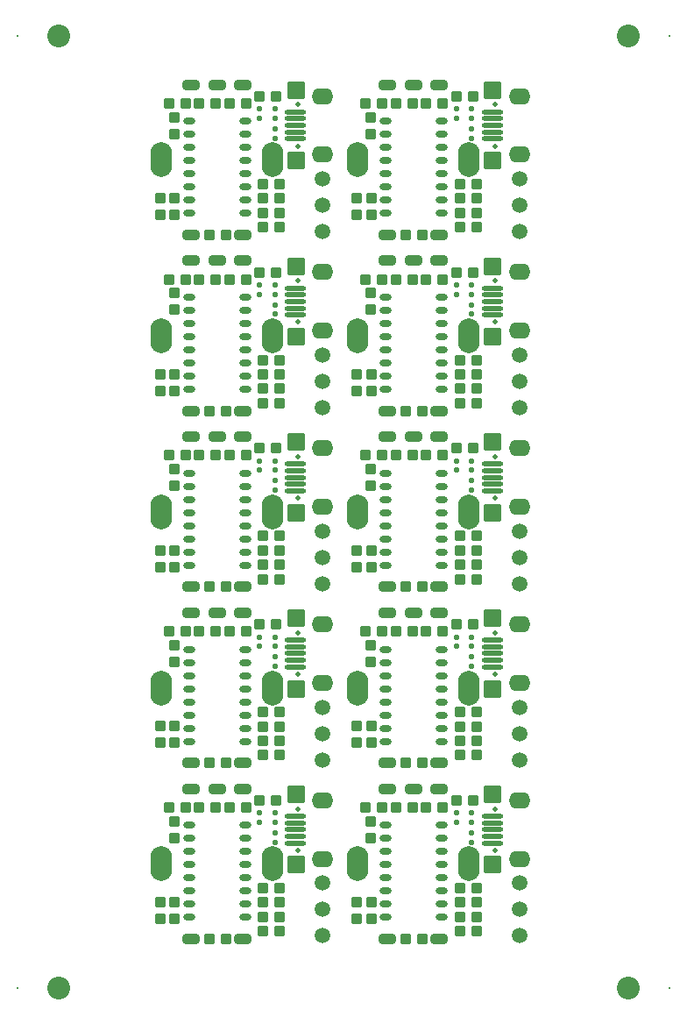
<source format=gbr>
%TF.GenerationSoftware,Altium Limited,Altium Designer,20.1.8 (145)*%
G04 Layer_Color=16711833*
%FSLAX45Y45*%
%MOMM*%
%TF.SameCoordinates,0E9F4796-1360-41E2-86C3-8BEED11D2ECA*%
%TF.FilePolarity,Negative*%
%TF.FileFunction,Soldermask,Bot*%
%TF.Part,CustomerPanel*%
G01*
G75*
%TA.AperFunction,SMDPad,CuDef*%
%ADD33C,2.20320*%
G04:AMPARAMS|DCode=34|XSize=1.7mm|YSize=1.7mm|CornerRadius=0.058mm|HoleSize=0mm|Usage=FLASHONLY|Rotation=270.000|XOffset=0mm|YOffset=0mm|HoleType=Round|Shape=RoundedRectangle|*
%AMROUNDEDRECTD34*
21,1,1.70000,1.58400,0,0,270.0*
21,1,1.58400,1.70000,0,0,270.0*
1,1,0.11600,-0.79200,-0.79200*
1,1,0.11600,-0.79200,0.79200*
1,1,0.11600,0.79200,0.79200*
1,1,0.11600,0.79200,-0.79200*
%
%ADD34ROUNDEDRECTD34*%
%TA.AperFunction,ConnectorPad*%
G04:AMPARAMS|DCode=35|XSize=0.45mm|YSize=2.1mm|CornerRadius=0.225mm|HoleSize=0mm|Usage=FLASHONLY|Rotation=270.000|XOffset=0mm|YOffset=0mm|HoleType=Round|Shape=RoundedRectangle|*
%AMROUNDEDRECTD35*
21,1,0.45000,1.65000,0,0,270.0*
21,1,0.00000,2.10000,0,0,270.0*
1,1,0.45000,-0.82500,0.00000*
1,1,0.45000,-0.82500,0.00000*
1,1,0.45000,0.82500,0.00000*
1,1,0.45000,0.82500,0.00000*
%
%ADD35ROUNDEDRECTD35*%
%TA.AperFunction,SMDPad,CuDef*%
G04:AMPARAMS|DCode=36|XSize=1mm|YSize=1mm|CornerRadius=0.095mm|HoleSize=0mm|Usage=FLASHONLY|Rotation=180.000|XOffset=0mm|YOffset=0mm|HoleType=Round|Shape=RoundedRectangle|*
%AMROUNDEDRECTD36*
21,1,1.00000,0.81000,0,0,180.0*
21,1,0.81000,1.00000,0,0,180.0*
1,1,0.19000,-0.40500,0.40500*
1,1,0.19000,0.40500,0.40500*
1,1,0.19000,0.40500,-0.40500*
1,1,0.19000,-0.40500,-0.40500*
%
%ADD36ROUNDEDRECTD36*%
%ADD37O,1.15000X0.70000*%
G04:AMPARAMS|DCode=38|XSize=0.5mm|YSize=0.5mm|CornerRadius=0.052mm|HoleSize=0mm|Usage=FLASHONLY|Rotation=270.000|XOffset=0mm|YOffset=0mm|HoleType=Round|Shape=RoundedRectangle|*
%AMROUNDEDRECTD38*
21,1,0.50000,0.39600,0,0,270.0*
21,1,0.39600,0.50000,0,0,270.0*
1,1,0.10400,-0.19800,-0.19800*
1,1,0.10400,-0.19800,0.19800*
1,1,0.10400,0.19800,0.19800*
1,1,0.10400,0.19800,-0.19800*
%
%ADD38ROUNDEDRECTD38*%
G04:AMPARAMS|DCode=39|XSize=1mm|YSize=1mm|CornerRadius=0.0545mm|HoleSize=0mm|Usage=FLASHONLY|Rotation=0.000|XOffset=0mm|YOffset=0mm|HoleType=Round|Shape=RoundedRectangle|*
%AMROUNDEDRECTD39*
21,1,1.00000,0.89100,0,0,0.0*
21,1,0.89100,1.00000,0,0,0.0*
1,1,0.10900,0.44550,-0.44550*
1,1,0.10900,-0.44550,-0.44550*
1,1,0.10900,-0.44550,0.44550*
1,1,0.10900,0.44550,0.44550*
%
%ADD39ROUNDEDRECTD39*%
G04:AMPARAMS|DCode=40|XSize=1mm|YSize=1mm|CornerRadius=0.0545mm|HoleSize=0mm|Usage=FLASHONLY|Rotation=90.000|XOffset=0mm|YOffset=0mm|HoleType=Round|Shape=RoundedRectangle|*
%AMROUNDEDRECTD40*
21,1,1.00000,0.89100,0,0,90.0*
21,1,0.89100,1.00000,0,0,90.0*
1,1,0.10900,0.44550,0.44550*
1,1,0.10900,0.44550,-0.44550*
1,1,0.10900,-0.44550,-0.44550*
1,1,0.10900,-0.44550,0.44550*
%
%ADD40ROUNDEDRECTD40*%
%TA.AperFunction,WasherPad*%
%ADD41C,0.20320*%
%TA.AperFunction,ComponentPad*%
G04:AMPARAMS|DCode=42|XSize=2.1mm|YSize=3.35mm|CornerRadius=1.05mm|HoleSize=0mm|Usage=FLASHONLY|Rotation=180.000|XOffset=0mm|YOffset=0mm|HoleType=Round|Shape=RoundedRectangle|*
%AMROUNDEDRECTD42*
21,1,2.10000,1.25000,0,0,180.0*
21,1,0.00000,3.35000,0,0,180.0*
1,1,2.10000,0.00000,0.62500*
1,1,2.10000,0.00000,0.62500*
1,1,2.10000,0.00000,-0.62500*
1,1,2.10000,0.00000,-0.62500*
%
%ADD42ROUNDEDRECTD42*%
%ADD43O,2.10000X3.35000*%
%ADD44O,1.80000X1.10000*%
%ADD45O,2.10000X1.60000*%
%ADD46C,0.50000*%
G04:AMPARAMS|DCode=47|XSize=1.5mm|YSize=1.5mm|CornerRadius=0.75mm|HoleSize=0mm|Usage=FLASHONLY|Rotation=270.000|XOffset=0mm|YOffset=0mm|HoleType=Round|Shape=RoundedRectangle|*
%AMROUNDEDRECTD47*
21,1,1.50000,0.00000,0,0,270.0*
21,1,0.00000,1.50000,0,0,270.0*
1,1,1.50000,0.00000,0.00000*
1,1,1.50000,0.00000,0.00000*
1,1,1.50000,0.00000,0.00000*
1,1,1.50000,0.00000,0.00000*
%
%ADD47ROUNDEDRECTD47*%
D33*
X6200000Y9500000D02*
D03*
X700000D02*
D03*
X6200000Y300000D02*
D03*
X700000D02*
D03*
D34*
X2993800Y1492000D02*
D03*
Y2172000D02*
D03*
X4893800Y1492000D02*
D03*
Y2172000D02*
D03*
X2993800Y3192000D02*
D03*
Y3872000D02*
D03*
X4893800Y3192000D02*
D03*
Y3872000D02*
D03*
X2993800Y4892000D02*
D03*
Y5572000D02*
D03*
X4893800Y4892000D02*
D03*
Y5572000D02*
D03*
X2993800Y6592000D02*
D03*
Y7272000D02*
D03*
X4893800Y6592000D02*
D03*
Y7272000D02*
D03*
X2993800Y8292000D02*
D03*
Y8972000D02*
D03*
X4893800Y8292000D02*
D03*
Y8972000D02*
D03*
D35*
X2986300Y1832000D02*
D03*
Y1702000D02*
D03*
Y1767000D02*
D03*
Y1962000D02*
D03*
Y1897000D02*
D03*
X4886300Y1832000D02*
D03*
Y1702000D02*
D03*
Y1767000D02*
D03*
Y1962000D02*
D03*
Y1897000D02*
D03*
X2986300Y3532000D02*
D03*
Y3402000D02*
D03*
Y3467000D02*
D03*
Y3662000D02*
D03*
Y3597000D02*
D03*
X4886300Y3532000D02*
D03*
Y3402000D02*
D03*
Y3467000D02*
D03*
Y3662000D02*
D03*
Y3597000D02*
D03*
X2986300Y5232000D02*
D03*
Y5102000D02*
D03*
Y5167000D02*
D03*
Y5362000D02*
D03*
Y5297000D02*
D03*
X4886300Y5232000D02*
D03*
Y5102000D02*
D03*
Y5167000D02*
D03*
Y5362000D02*
D03*
Y5297000D02*
D03*
X2986300Y6932000D02*
D03*
Y6802000D02*
D03*
Y6867000D02*
D03*
Y7062000D02*
D03*
Y6997000D02*
D03*
X4886300Y6932000D02*
D03*
Y6802000D02*
D03*
Y6867000D02*
D03*
Y7062000D02*
D03*
Y6997000D02*
D03*
X2986300Y8632000D02*
D03*
Y8502000D02*
D03*
Y8567000D02*
D03*
Y8762000D02*
D03*
Y8697000D02*
D03*
X4886300Y8632000D02*
D03*
Y8502000D02*
D03*
Y8567000D02*
D03*
Y8762000D02*
D03*
Y8697000D02*
D03*
D36*
X2801140Y2112860D02*
D03*
X2641140D02*
D03*
X4701140D02*
D03*
X4541140D02*
D03*
X2801140Y3812860D02*
D03*
X2641140D02*
D03*
X4701140D02*
D03*
X4541140D02*
D03*
X2801140Y5512860D02*
D03*
X2641140D02*
D03*
X4701140D02*
D03*
X4541140D02*
D03*
X2801140Y7212860D02*
D03*
X2641140D02*
D03*
X4701140D02*
D03*
X4541140D02*
D03*
X2801140Y8912860D02*
D03*
X2641140D02*
D03*
X4701140D02*
D03*
X4541140D02*
D03*
D37*
X1958980Y984480D02*
D03*
Y1111480D02*
D03*
Y1238480D02*
D03*
Y1365480D02*
D03*
Y1492480D02*
D03*
Y1619480D02*
D03*
Y1746480D02*
D03*
Y1873480D02*
D03*
X2498980Y984480D02*
D03*
Y1111480D02*
D03*
Y1238480D02*
D03*
Y1365480D02*
D03*
Y1492480D02*
D03*
Y1619480D02*
D03*
Y1746480D02*
D03*
Y1873480D02*
D03*
X3858980Y984480D02*
D03*
Y1111480D02*
D03*
Y1238480D02*
D03*
Y1365480D02*
D03*
Y1492480D02*
D03*
Y1619480D02*
D03*
Y1746480D02*
D03*
Y1873480D02*
D03*
X4398980Y984480D02*
D03*
Y1111480D02*
D03*
Y1238480D02*
D03*
Y1365480D02*
D03*
Y1492480D02*
D03*
Y1619480D02*
D03*
Y1746480D02*
D03*
Y1873480D02*
D03*
X1958980Y2684480D02*
D03*
Y2811480D02*
D03*
Y2938480D02*
D03*
Y3065480D02*
D03*
Y3192480D02*
D03*
Y3319480D02*
D03*
Y3446480D02*
D03*
Y3573480D02*
D03*
X2498980Y2684480D02*
D03*
Y2811480D02*
D03*
Y2938480D02*
D03*
Y3065480D02*
D03*
Y3192480D02*
D03*
Y3319480D02*
D03*
Y3446480D02*
D03*
Y3573480D02*
D03*
X3858980Y2684480D02*
D03*
Y2811480D02*
D03*
Y2938480D02*
D03*
Y3065480D02*
D03*
Y3192480D02*
D03*
Y3319480D02*
D03*
Y3446480D02*
D03*
Y3573480D02*
D03*
X4398980Y2684480D02*
D03*
Y2811480D02*
D03*
Y2938480D02*
D03*
Y3065480D02*
D03*
Y3192480D02*
D03*
Y3319480D02*
D03*
Y3446480D02*
D03*
Y3573480D02*
D03*
X1958980Y4384480D02*
D03*
Y4511480D02*
D03*
Y4638480D02*
D03*
Y4765480D02*
D03*
Y4892480D02*
D03*
Y5019480D02*
D03*
Y5146480D02*
D03*
Y5273480D02*
D03*
X2498980Y4384480D02*
D03*
Y4511480D02*
D03*
Y4638480D02*
D03*
Y4765480D02*
D03*
Y4892480D02*
D03*
Y5019480D02*
D03*
Y5146480D02*
D03*
Y5273480D02*
D03*
X3858980Y4384480D02*
D03*
Y4511480D02*
D03*
Y4638480D02*
D03*
Y4765480D02*
D03*
Y4892480D02*
D03*
Y5019480D02*
D03*
Y5146480D02*
D03*
Y5273480D02*
D03*
X4398980Y4384480D02*
D03*
Y4511480D02*
D03*
Y4638480D02*
D03*
Y4765480D02*
D03*
Y4892480D02*
D03*
Y5019480D02*
D03*
Y5146480D02*
D03*
Y5273480D02*
D03*
X1958980Y6084480D02*
D03*
Y6211480D02*
D03*
Y6338480D02*
D03*
Y6465480D02*
D03*
Y6592480D02*
D03*
Y6719480D02*
D03*
Y6846480D02*
D03*
Y6973480D02*
D03*
X2498980Y6084480D02*
D03*
Y6211480D02*
D03*
Y6338480D02*
D03*
Y6465480D02*
D03*
Y6592480D02*
D03*
Y6719480D02*
D03*
Y6846480D02*
D03*
Y6973480D02*
D03*
X3858980Y6084480D02*
D03*
Y6211480D02*
D03*
Y6338480D02*
D03*
Y6465480D02*
D03*
Y6592480D02*
D03*
Y6719480D02*
D03*
Y6846480D02*
D03*
Y6973480D02*
D03*
X4398980Y6084480D02*
D03*
Y6211480D02*
D03*
Y6338480D02*
D03*
Y6465480D02*
D03*
Y6592480D02*
D03*
Y6719480D02*
D03*
Y6846480D02*
D03*
Y6973480D02*
D03*
X1958980Y7784480D02*
D03*
Y7911480D02*
D03*
Y8038480D02*
D03*
Y8165480D02*
D03*
Y8292480D02*
D03*
Y8419480D02*
D03*
Y8546480D02*
D03*
Y8673480D02*
D03*
X2498980Y7784480D02*
D03*
Y7911480D02*
D03*
Y8038480D02*
D03*
Y8165480D02*
D03*
Y8292480D02*
D03*
Y8419480D02*
D03*
Y8546480D02*
D03*
Y8673480D02*
D03*
X3858980Y7784480D02*
D03*
Y7911480D02*
D03*
Y8038480D02*
D03*
Y8165480D02*
D03*
Y8292480D02*
D03*
Y8419480D02*
D03*
Y8546480D02*
D03*
Y8673480D02*
D03*
X4398980Y7784480D02*
D03*
Y7911480D02*
D03*
Y8038480D02*
D03*
Y8165480D02*
D03*
Y8292480D02*
D03*
Y8419480D02*
D03*
Y8546480D02*
D03*
Y8673480D02*
D03*
D38*
X2788248Y1799620D02*
D03*
Y1709619D02*
D03*
Y1992080D02*
D03*
Y1902080D02*
D03*
X2641440Y1992080D02*
D03*
Y1902080D02*
D03*
X4688248Y1799620D02*
D03*
Y1709619D02*
D03*
Y1992080D02*
D03*
Y1902080D02*
D03*
X4541440Y1992080D02*
D03*
Y1902080D02*
D03*
X2788248Y3499620D02*
D03*
Y3409620D02*
D03*
Y3692080D02*
D03*
Y3602080D02*
D03*
X2641440Y3692080D02*
D03*
Y3602080D02*
D03*
X4688248Y3499620D02*
D03*
Y3409620D02*
D03*
Y3692080D02*
D03*
Y3602080D02*
D03*
X4541440Y3692080D02*
D03*
Y3602080D02*
D03*
X2788248Y5199620D02*
D03*
Y5109620D02*
D03*
Y5392080D02*
D03*
Y5302080D02*
D03*
X2641440Y5392080D02*
D03*
Y5302080D02*
D03*
X4688248Y5199620D02*
D03*
Y5109620D02*
D03*
Y5392080D02*
D03*
Y5302080D02*
D03*
X4541440Y5392080D02*
D03*
Y5302080D02*
D03*
X2788248Y6899620D02*
D03*
Y6809620D02*
D03*
Y7092080D02*
D03*
Y7002080D02*
D03*
X2641440Y7092080D02*
D03*
Y7002080D02*
D03*
X4688248Y6899620D02*
D03*
Y6809620D02*
D03*
Y7092080D02*
D03*
Y7002080D02*
D03*
X4541440Y7092080D02*
D03*
Y7002080D02*
D03*
X2788248Y8599620D02*
D03*
Y8509620D02*
D03*
Y8792080D02*
D03*
Y8702080D02*
D03*
X2641440Y8792080D02*
D03*
Y8702080D02*
D03*
X4688248Y8599620D02*
D03*
Y8509620D02*
D03*
Y8792080D02*
D03*
Y8702080D02*
D03*
X4541440Y8792080D02*
D03*
Y8702080D02*
D03*
D39*
X2152840Y775500D02*
D03*
X2312840D02*
D03*
X1680340Y969240D02*
D03*
Y1129240D02*
D03*
X1816600Y1751540D02*
D03*
Y1911540D02*
D03*
X1817500Y969240D02*
D03*
Y1129240D02*
D03*
X4052840Y775500D02*
D03*
X4212840D02*
D03*
X3580340Y969240D02*
D03*
Y1129240D02*
D03*
X3716600Y1751540D02*
D03*
Y1911540D02*
D03*
X3717500Y969240D02*
D03*
Y1129240D02*
D03*
X2152840Y2475500D02*
D03*
X2312840D02*
D03*
X1680340Y2669240D02*
D03*
Y2829240D02*
D03*
X1816600Y3451540D02*
D03*
Y3611540D02*
D03*
X1817500Y2669240D02*
D03*
Y2829240D02*
D03*
X4052840Y2475500D02*
D03*
X4212840D02*
D03*
X3580340Y2669240D02*
D03*
Y2829240D02*
D03*
X3716600Y3451540D02*
D03*
Y3611540D02*
D03*
X3717500Y2669240D02*
D03*
Y2829240D02*
D03*
X2152840Y4175500D02*
D03*
X2312840D02*
D03*
X1680340Y4369240D02*
D03*
Y4529240D02*
D03*
X1816600Y5151540D02*
D03*
Y5311540D02*
D03*
X1817500Y4369240D02*
D03*
Y4529240D02*
D03*
X4052840Y4175500D02*
D03*
X4212840D02*
D03*
X3580340Y4369240D02*
D03*
Y4529240D02*
D03*
X3716600Y5151540D02*
D03*
Y5311540D02*
D03*
X3717500Y4369240D02*
D03*
Y4529240D02*
D03*
X2152840Y5875500D02*
D03*
X2312840D02*
D03*
X1680340Y6069240D02*
D03*
Y6229240D02*
D03*
X1816600Y6851540D02*
D03*
Y7011540D02*
D03*
X1817500Y6069240D02*
D03*
Y6229240D02*
D03*
X4052840Y5875500D02*
D03*
X4212840D02*
D03*
X3580340Y6069240D02*
D03*
Y6229240D02*
D03*
X3716600Y6851540D02*
D03*
Y7011540D02*
D03*
X3717500Y6069240D02*
D03*
Y6229240D02*
D03*
X2152840Y7575500D02*
D03*
X2312840D02*
D03*
X1680340Y7769240D02*
D03*
Y7929240D02*
D03*
X1816600Y8551540D02*
D03*
Y8711540D02*
D03*
X1817500Y7769240D02*
D03*
Y7929240D02*
D03*
X4052840Y7575500D02*
D03*
X4212840D02*
D03*
X3580340Y7769240D02*
D03*
Y7929240D02*
D03*
X3716600Y8551540D02*
D03*
Y8711540D02*
D03*
X3717500Y7769240D02*
D03*
Y7929240D02*
D03*
D40*
X2674904Y1127602D02*
D03*
X2834904D02*
D03*
X2674904Y849969D02*
D03*
X2834904D02*
D03*
X2674904Y988785D02*
D03*
X2834904D02*
D03*
X2674904Y1266418D02*
D03*
X2834904D02*
D03*
X1763340Y2046325D02*
D03*
X1923340D02*
D03*
X2348199D02*
D03*
X2508199D02*
D03*
X2215770D02*
D03*
X2055770D02*
D03*
X4574904Y1127602D02*
D03*
X4734904D02*
D03*
X4574904Y849969D02*
D03*
X4734904D02*
D03*
X4574904Y988785D02*
D03*
X4734904D02*
D03*
X4574904Y1266418D02*
D03*
X4734904D02*
D03*
X3663340Y2046325D02*
D03*
X3823340D02*
D03*
X4248199D02*
D03*
X4408199D02*
D03*
X4115770D02*
D03*
X3955770D02*
D03*
X2674904Y2827602D02*
D03*
X2834904D02*
D03*
X2674904Y2549969D02*
D03*
X2834904D02*
D03*
X2674904Y2688785D02*
D03*
X2834904D02*
D03*
X2674904Y2966419D02*
D03*
X2834904D02*
D03*
X1763340Y3746325D02*
D03*
X1923340D02*
D03*
X2348199D02*
D03*
X2508199D02*
D03*
X2215770D02*
D03*
X2055770D02*
D03*
X4574904Y2827602D02*
D03*
X4734904D02*
D03*
X4574904Y2549969D02*
D03*
X4734904D02*
D03*
X4574904Y2688785D02*
D03*
X4734904D02*
D03*
X4574904Y2966419D02*
D03*
X4734904D02*
D03*
X3663340Y3746325D02*
D03*
X3823340D02*
D03*
X4248199D02*
D03*
X4408199D02*
D03*
X4115770D02*
D03*
X3955770D02*
D03*
X2674904Y4527602D02*
D03*
X2834904D02*
D03*
X2674904Y4249969D02*
D03*
X2834904D02*
D03*
X2674904Y4388785D02*
D03*
X2834904D02*
D03*
X2674904Y4666419D02*
D03*
X2834904D02*
D03*
X1763340Y5446325D02*
D03*
X1923340D02*
D03*
X2348199D02*
D03*
X2508199D02*
D03*
X2215770D02*
D03*
X2055770D02*
D03*
X4574904Y4527602D02*
D03*
X4734904D02*
D03*
X4574904Y4249969D02*
D03*
X4734904D02*
D03*
X4574904Y4388785D02*
D03*
X4734904D02*
D03*
X4574904Y4666419D02*
D03*
X4734904D02*
D03*
X3663340Y5446325D02*
D03*
X3823340D02*
D03*
X4248199D02*
D03*
X4408199D02*
D03*
X4115770D02*
D03*
X3955770D02*
D03*
X2674904Y6227602D02*
D03*
X2834904D02*
D03*
X2674904Y5949969D02*
D03*
X2834904D02*
D03*
X2674904Y6088786D02*
D03*
X2834904D02*
D03*
X2674904Y6366419D02*
D03*
X2834904D02*
D03*
X1763340Y7146325D02*
D03*
X1923340D02*
D03*
X2348199D02*
D03*
X2508199D02*
D03*
X2215770D02*
D03*
X2055770D02*
D03*
X4574904Y6227602D02*
D03*
X4734904D02*
D03*
X4574904Y5949969D02*
D03*
X4734904D02*
D03*
X4574904Y6088786D02*
D03*
X4734904D02*
D03*
X4574904Y6366419D02*
D03*
X4734904D02*
D03*
X3663340Y7146325D02*
D03*
X3823340D02*
D03*
X4248199D02*
D03*
X4408199D02*
D03*
X4115770D02*
D03*
X3955770D02*
D03*
X2674904Y7927602D02*
D03*
X2834904D02*
D03*
X2674904Y7649969D02*
D03*
X2834904D02*
D03*
X2674904Y7788786D02*
D03*
X2834904D02*
D03*
X2674904Y8066419D02*
D03*
X2834904D02*
D03*
X1763340Y8846325D02*
D03*
X1923340D02*
D03*
X2348199D02*
D03*
X2508199D02*
D03*
X2215770D02*
D03*
X2055770D02*
D03*
X4574904Y7927602D02*
D03*
X4734904D02*
D03*
X4574904Y7649969D02*
D03*
X4734904D02*
D03*
X4574904Y7788786D02*
D03*
X4734904D02*
D03*
X4574904Y8066419D02*
D03*
X4734904D02*
D03*
X3663340Y8846325D02*
D03*
X3823340D02*
D03*
X4248199D02*
D03*
X4408199D02*
D03*
X4115770D02*
D03*
X3955770D02*
D03*
D41*
X6600000Y9500000D02*
D03*
X300000D02*
D03*
X6600000Y300000D02*
D03*
X300000D02*
D03*
D42*
X2765300Y1500500D02*
D03*
X4665300D02*
D03*
X2765300Y3200500D02*
D03*
X4665300D02*
D03*
X2765300Y4900500D02*
D03*
X4665300D02*
D03*
X2765300Y6600500D02*
D03*
X4665300D02*
D03*
X2765300Y8300500D02*
D03*
X4665300D02*
D03*
D43*
X1690300Y1500500D02*
D03*
X3590300D02*
D03*
X1690300Y3200500D02*
D03*
X3590300D02*
D03*
X1690300Y4900500D02*
D03*
X3590300D02*
D03*
X1690300Y6600500D02*
D03*
X3590300D02*
D03*
X1690300Y8300500D02*
D03*
X3590300D02*
D03*
D44*
X2477800Y2225500D02*
D03*
X1977800D02*
D03*
X2227800D02*
D03*
X2477800Y775500D02*
D03*
X1977800D02*
D03*
X4377800Y2225500D02*
D03*
X3877800D02*
D03*
X4127800D02*
D03*
X4377800Y775500D02*
D03*
X3877800D02*
D03*
X2477800Y3925500D02*
D03*
X1977800D02*
D03*
X2227800D02*
D03*
X2477800Y2475500D02*
D03*
X1977800D02*
D03*
X4377800Y3925500D02*
D03*
X3877800D02*
D03*
X4127800D02*
D03*
X4377800Y2475500D02*
D03*
X3877800D02*
D03*
X2477800Y5625500D02*
D03*
X1977800D02*
D03*
X2227800D02*
D03*
X2477800Y4175500D02*
D03*
X1977800D02*
D03*
X4377800Y5625500D02*
D03*
X3877800D02*
D03*
X4127800D02*
D03*
X4377800Y4175500D02*
D03*
X3877800D02*
D03*
X2477800Y7325500D02*
D03*
X1977800D02*
D03*
X2227800D02*
D03*
X2477800Y5875500D02*
D03*
X1977800D02*
D03*
X4377800Y7325500D02*
D03*
X3877800D02*
D03*
X4127800D02*
D03*
X4377800Y5875500D02*
D03*
X3877800D02*
D03*
X2477800Y9025500D02*
D03*
X1977800D02*
D03*
X2227800D02*
D03*
X2477800Y7575500D02*
D03*
X1977800D02*
D03*
X4377800Y9025500D02*
D03*
X3877800D02*
D03*
X4127800D02*
D03*
X4377800Y7575500D02*
D03*
X3877800D02*
D03*
D45*
X3248800Y1549000D02*
D03*
Y2115000D02*
D03*
X5148800Y1549000D02*
D03*
Y2115000D02*
D03*
X3248800Y3249000D02*
D03*
Y3815000D02*
D03*
X5148800Y3249000D02*
D03*
Y3815000D02*
D03*
X3248800Y4949000D02*
D03*
Y5515000D02*
D03*
X5148800Y4949000D02*
D03*
Y5515000D02*
D03*
X3248800Y6649000D02*
D03*
Y7215000D02*
D03*
X5148800Y6649000D02*
D03*
Y7215000D02*
D03*
X3248800Y8349000D02*
D03*
Y8915000D02*
D03*
X5148800Y8349000D02*
D03*
Y8915000D02*
D03*
D46*
X3013800Y1632000D02*
D03*
Y2032000D02*
D03*
X4913800Y1632000D02*
D03*
Y2032000D02*
D03*
X3013800Y3332000D02*
D03*
Y3732000D02*
D03*
X4913800Y3332000D02*
D03*
Y3732000D02*
D03*
X3013800Y5032000D02*
D03*
Y5432000D02*
D03*
X4913800Y5032000D02*
D03*
Y5432000D02*
D03*
X3013800Y6732000D02*
D03*
Y7132000D02*
D03*
X4913800Y6732000D02*
D03*
Y7132000D02*
D03*
X3013800Y8432000D02*
D03*
Y8832000D02*
D03*
X4913800Y8432000D02*
D03*
Y8832000D02*
D03*
D47*
X3248800Y806680D02*
D03*
Y1314680D02*
D03*
Y1060680D02*
D03*
X5148800Y806680D02*
D03*
Y1314680D02*
D03*
Y1060680D02*
D03*
X3248800Y2506680D02*
D03*
Y3014680D02*
D03*
Y2760680D02*
D03*
X5148800Y2506680D02*
D03*
Y3014680D02*
D03*
Y2760680D02*
D03*
X3248800Y4206680D02*
D03*
Y4714680D02*
D03*
Y4460680D02*
D03*
X5148800Y4206680D02*
D03*
Y4714680D02*
D03*
Y4460680D02*
D03*
X3248800Y5906680D02*
D03*
Y6414680D02*
D03*
Y6160680D02*
D03*
X5148800Y5906680D02*
D03*
Y6414680D02*
D03*
Y6160680D02*
D03*
X3248800Y7606680D02*
D03*
Y8114680D02*
D03*
Y7860680D02*
D03*
X5148800Y7606680D02*
D03*
Y8114680D02*
D03*
Y7860680D02*
D03*
%TF.MD5,a1ac7a26b36cc152343cb59e26e99a13*%
M02*

</source>
